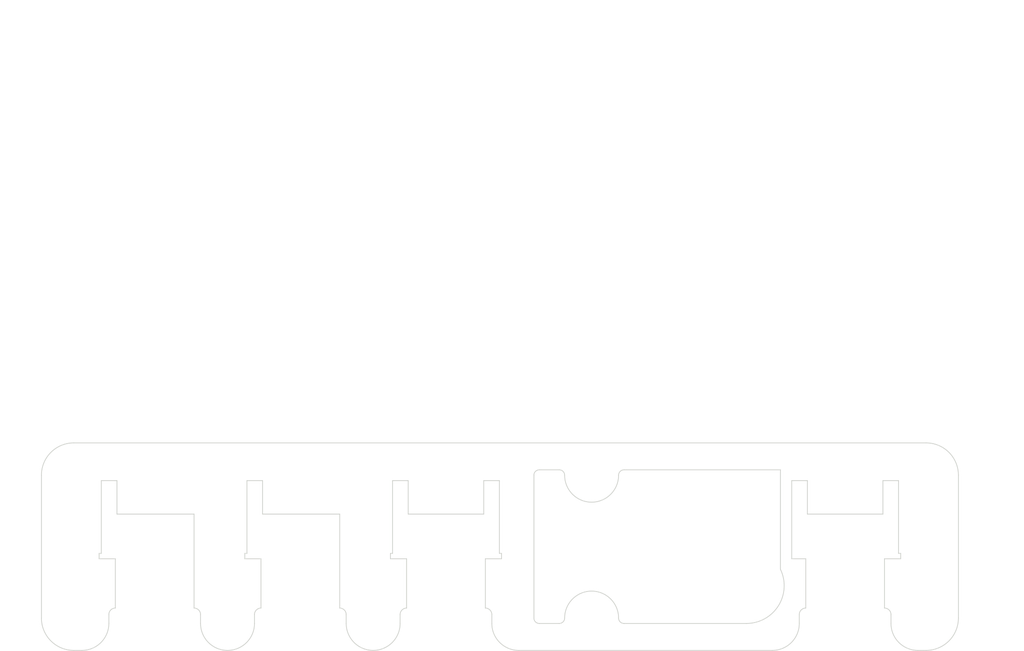
<source format=kicad_pcb>
(kicad_pcb (version 4) (host pcbnew 4.0.6-e0-6349~53~ubuntu14.04.1)
  (title_block (title SBMS120) (rev 03) (company "Electrodacus (Schematic and PCB layout released under CC-BY-SA 3.0 licence)"))
  (layers (0 F.Cu signal) (31 B.Cu signal) (34 B.Paste user) (35 F.Paste user) (36 B.SilkS user) (37 F.SilkS user) (38 B.Mask user) (39 F.Mask user) (44 Edge.Cuts user))
  (net 0 "")
  (net 1 /BAT0)
  (net 2 /CPV1P)
  (net 3 /CPV2P)
  (net 4 /CSI1a)
  (net 5 /CSI2a)
  (net 6 /LDMON)
  (net 7 /PV+)
  (net 8 /PV1)
  (net 9 /PV2)
  (net 10 GND)
  (net 11 "Net-(D7-Pad1)")
  (module dacusnewlib:H1-5mm-M (layer F.Cu) (at 84.5 138)
    (fp_text reference "" hide)
    (fp_text value "" hide)
    (pad "" np_thru_hole circle (at 0 0) (size 5 5) (drill 5) (layers *.Cu *.Mask))
  )
  (module dacusnewlib:H1-5mm-M (layer F.Cu) (at 111.5 138)
    (fp_text reference "" hide)
    (fp_text value "" hide)
    (pad "" np_thru_hole circle (at 0 0) (size 5 5) (drill 5) (layers *.Cu *.Mask))
  )
  (module dacusnewlib:H1-5mm-M (layer F.Cu) (at 214 117.5)
    (fp_text reference "" hide)
    (fp_text value "" hide)
    (pad "" np_thru_hole circle (at 0 0) (size 5 5) (drill 5) (layers *.Cu *.Mask))
  )
  (module dacusnewlib:H1-5mm-M (layer F.Cu) (at 214 144)
    (fp_text reference "" hide)
    (fp_text value "" hide)
    (pad "" np_thru_hole circle (at 0 0) (size 5 5) (drill 5) (layers *.Cu *.Mask))
  )
  (module dacusnewlib:H1-5mm-M (layer F.Cu) (at 152 117.5)
    (fp_text reference "" hide)
    (fp_text value "" hide)
    (pad "" np_thru_hole circle (at 0 0) (size 5 5) (drill 5) (layers *.Cu *.Mask))
  )
  (module dacusnewlib:H1-5mm-M (layer F.Cu) (at 152 144)
    (fp_text reference "" hide)
    (fp_text value "" hide)
    (pad "" np_thru_hole circle (at 0 0) (size 5 5) (drill 5) (layers *.Cu *.Mask))
  )
  (module dacusnewlib:H1-5mm-M (layer F.Cu) (at 56 117.5)
    (fp_text reference "" hide)
    (fp_text value "" hide)
    (pad "" np_thru_hole circle (at 0 0) (size 5 5) (drill 5) (layers *.Cu *.Mask))
  )
  (module dacusnewlib:H1-5mm-M (layer F.Cu) (at 56 144)
    (fp_text reference "" hide)
    (fp_text value "" hide)
    (pad "" np_thru_hole circle (at 0 0) (size 5 5) (drill 5) (layers *.Cu *.Mask))
  )
  (gr_arc (start 180.7 138) (end 187 134.95) (angle 115.8328766) (layer Edge.Cuts) (width 0.15))
  (gr_line (start 50 144) (end 50 117.5) (layer Edge.Cuts) (width 0.15))
  (gr_line (start 206 118.5) (end 206 124.71) (layer Edge.Cuts) (width 0.15))
  (gr_line (start 208.9 118.5) (end 206 118.5) (layer Edge.Cuts) (width 0.15))
  (gr_line (start 208.9 132) (end 208.9 118.5) (layer Edge.Cuts) (width 0.15))
  (gr_line (start 209.3 132) (end 208.9 132) (layer Edge.Cuts) (width 0.15))
  (gr_line (start 209.3 133) (end 209.3 132) (layer Edge.Cuts) (width 0.15))
  (gr_line (start 206.3 133) (end 209.3 133) (layer Edge.Cuts) (width 0.15))
  (gr_line (start 132 118.5) (end 132 124.71) (layer Edge.Cuts) (width 0.15))
  (gr_line (start 134.9 118.5) (end 132 118.5) (layer Edge.Cuts) (width 0.15))
  (gr_line (start 134.9 132) (end 134.9 118.5) (layer Edge.Cuts) (width 0.15))
  (gr_line (start 135.3 132) (end 134.9 132) (layer Edge.Cuts) (width 0.15))
  (gr_line (start 135.3 133) (end 135.3 132) (layer Edge.Cuts) (width 0.15))
  (gr_line (start 132.3 133) (end 135.3 133) (layer Edge.Cuts) (width 0.15))
  (gr_line (start 192 118.5) (end 192 124.71) (layer Edge.Cuts) (width 0.15))
  (gr_line (start 189.1 118.5) (end 192 118.5) (layer Edge.Cuts) (width 0.15))
  (gr_line (start 189.1 133) (end 189.1 118.5) (layer Edge.Cuts) (width 0.15))
  (gr_line (start 191.7 133) (end 189.1 133) (layer Edge.Cuts) (width 0.15))
  (gr_line (start 118 118.5) (end 118 124.71) (layer Edge.Cuts) (width 0.15))
  (gr_line (start 115.1 118.5) (end 118 118.5) (layer Edge.Cuts) (width 0.15))
  (gr_line (start 115.1 132) (end 115.1 118.5) (layer Edge.Cuts) (width 0.15))
  (gr_line (start 114.7 132) (end 115.1 132) (layer Edge.Cuts) (width 0.15))
  (gr_line (start 114.7 133) (end 114.7 132) (layer Edge.Cuts) (width 0.15))
  (gr_line (start 117.7 133) (end 114.7 133) (layer Edge.Cuts) (width 0.15))
  (gr_line (start 91 118.5) (end 91 124.71) (layer Edge.Cuts) (width 0.15))
  (gr_line (start 88.1 118.5) (end 91 118.5) (layer Edge.Cuts) (width 0.15))
  (gr_line (start 88.1 132) (end 88.1 118.5) (layer Edge.Cuts) (width 0.15))
  (gr_line (start 87.7 132) (end 88.1 132) (layer Edge.Cuts) (width 0.15))
  (gr_line (start 87.7 133) (end 87.7 132) (layer Edge.Cuts) (width 0.15))
  (gr_line (start 90.7 133) (end 87.7 133) (layer Edge.Cuts) (width 0.15))
  (gr_line (start 64 124.71) (end 64 118.5) (layer Edge.Cuts) (width 0.15))
  (gr_line (start 61.1 118.5) (end 64 118.5) (layer Edge.Cuts) (width 0.15))
  (gr_line (start 61.1 132) (end 61.1 118.5) (layer Edge.Cuts) (width 0.15))
  (gr_line (start 60.7 132) (end 61.1 132) (layer Edge.Cuts) (width 0.15))
  (gr_line (start 60.7 133) (end 60.7 132) (layer Edge.Cuts) (width 0.15))
  (gr_line (start 63.7 133) (end 60.7 133) (layer Edge.Cuts) (width 0.15))
  (gr_arc (start 56 144) (end 56 150) (angle 90) (layer Edge.Cuts) (width 0.15))
  (gr_arc (start 56 117.5) (end 50 117.5) (angle 90) (layer Edge.Cuts) (width 0.15))
  (gr_line (start 158 116.5) (end 187 116.5) (layer Edge.Cuts) (width 0.15))
  (gr_line (start 142.3 116.5) (end 146 116.5) (layer Edge.Cuts) (width 0.15))
  (gr_arc (start 142.3 117.5) (end 141.3 117.5) (angle 90) (layer Edge.Cuts) (width 0.15))
  (gr_line (start 158 145) (end 180.7 145) (layer Edge.Cuts) (width 0.15))
  (gr_line (start 142.3 145) (end 146 145) (layer Edge.Cuts) (width 0.15))
  (gr_arc (start 142.3 144) (end 142.3 145) (angle 90) (layer Edge.Cuts) (width 0.15))
  (gr_line (start 187 116.5) (end 187 134.95) (layer Edge.Cuts) (width 0.15))
  (gr_line (start 141.3 117.5) (end 141.3 144) (layer Edge.Cuts) (width 0.15))
  (gr_arc (start 146 117.5) (end 146 116.5) (angle 90) (layer Edge.Cuts) (width 0.15))
  (gr_arc (start 158 117.5) (end 157 117.5) (angle 90) (layer Edge.Cuts) (width 0.15))
  (gr_arc (start 158 144) (end 158 145) (angle 90) (layer Edge.Cuts) (width 0.15))
  (gr_arc (start 146 144) (end 147 144) (angle 90) (layer Edge.Cuts) (width 0.15))
  (gr_arc (start 152 144) (end 147 144) (angle 180) (layer Edge.Cuts) (width 0.15))
  (gr_arc (start 152 117.5) (end 157 117.5) (angle 180) (layer Edge.Cuts) (width 0.15))
  (gr_arc (start 191.7 143.35) (end 190.5 143.35) (angle 90) (layer Edge.Cuts) (width 0.15))
  (gr_arc (start 117.7 143.35) (end 116.5 143.35) (angle 90) (layer Edge.Cuts) (width 0.15))
  (gr_arc (start 90.7 143.35) (end 89.5 143.35) (angle 90) (layer Edge.Cuts) (width 0.15))
  (gr_arc (start 63.7 143.35) (end 62.5 143.35) (angle 90) (layer Edge.Cuts) (width 0.15))
  (gr_arc (start 206.3 143.35) (end 206.3 142.15) (angle 90) (layer Edge.Cuts) (width 0.15))
  (gr_arc (start 132.3 143.35) (end 132.3 142.15) (angle 90) (layer Edge.Cuts) (width 0.15))
  (gr_arc (start 105.3 143.35) (end 105.3 142.15) (angle 90) (layer Edge.Cuts) (width 0.15))
  (gr_arc (start 78.3 143.35) (end 78.3 142.15) (angle 90) (layer Edge.Cuts) (width 0.15))
  (gr_line (start 212.5 150) (end 214 150) (layer Edge.Cuts) (width 0.15))
  (gr_line (start 138.5 150) (end 185.5 150) (layer Edge.Cuts) (width 0.15))
  (gr_line (start 207.5 143.35) (end 207.5 145) (layer Edge.Cuts) (width 0.15))
  (gr_line (start 206.3 133) (end 206.3 142.15) (layer Edge.Cuts) (width 0.15))
  (gr_line (start 192 124.71) (end 206 124.71) (layer Edge.Cuts) (width 0.15))
  (gr_line (start 191.7 142.15) (end 191.7 133) (layer Edge.Cuts) (width 0.15))
  (gr_line (start 190.5 145) (end 190.5 143.35) (layer Edge.Cuts) (width 0.15))
  (gr_line (start 133.5 143.35) (end 133.5 145) (layer Edge.Cuts) (width 0.15))
  (gr_line (start 132.3 133) (end 132.3 142.15) (layer Edge.Cuts) (width 0.15))
  (gr_line (start 118 124.71) (end 132 124.71) (layer Edge.Cuts) (width 0.15))
  (gr_line (start 117.7 142.15) (end 117.7 133) (layer Edge.Cuts) (width 0.15))
  (gr_line (start 116.5 145) (end 116.5 143.35) (layer Edge.Cuts) (width 0.15))
  (gr_line (start 106.5 143.35) (end 106.5 145) (layer Edge.Cuts) (width 0.15))
  (gr_line (start 105.3 124.71) (end 105.3 142.15) (layer Edge.Cuts) (width 0.15))
  (gr_line (start 91 124.71) (end 105.3 124.71) (layer Edge.Cuts) (width 0.15))
  (gr_line (start 90.7 142.15) (end 90.7 133) (layer Edge.Cuts) (width 0.15))
  (gr_line (start 89.5 145) (end 89.5 143.35) (layer Edge.Cuts) (width 0.15))
  (gr_line (start 79.5 143.35) (end 79.5 145) (layer Edge.Cuts) (width 0.15))
  (gr_line (start 78.3 124.71) (end 78.3 142.15) (layer Edge.Cuts) (width 0.15))
  (gr_line (start 64 124.71) (end 78.3 124.71) (layer Edge.Cuts) (width 0.15))
  (gr_line (start 62.5 143.35) (end 62.5 145) (layer Edge.Cuts) (width 0.15))
  (gr_line (start 63.7 133) (end 63.7 142.15) (layer Edge.Cuts) (width 0.15))
  (gr_arc (start 57.5 145) (end 62.5 145) (angle 90) (layer Edge.Cuts) (width 0.15))
  (gr_arc (start 212.5 145) (end 212.5 150) (angle 90) (layer Edge.Cuts) (width 0.15))
  (gr_arc (start 185.5 145) (end 190.5 145) (angle 90) (layer Edge.Cuts) (width 0.15))
  (gr_arc (start 138.5 145) (end 138.5 150) (angle 90) (layer Edge.Cuts) (width 0.15))
  (gr_arc (start 111.5 145) (end 116.5 145) (angle 180) (layer Edge.Cuts) (width 0.15))
  (gr_arc (start 84.5 145) (end 89.5 145) (angle 180) (layer Edge.Cuts) (width 0.15))
  (gr_arc (start 214 117.5) (end 214 111.5) (angle 90) (layer Edge.Cuts) (width 0.15))
  (gr_arc (start 214 144) (end 220 144) (angle 90) (layer Edge.Cuts) (width 0.15))
  (gr_line (start 56 111.5) (end 214 111.5) (angle 90) (layer Edge.Cuts) (width 0.15))
  (gr_line (start 56 150) (end 57.5 150) (angle 90) (layer Edge.Cuts) (width 0.15))
  (gr_line (start 220 144) (end 220 117.5) (angle 90) (layer Edge.Cuts) (width 0.15))
)
</source>
